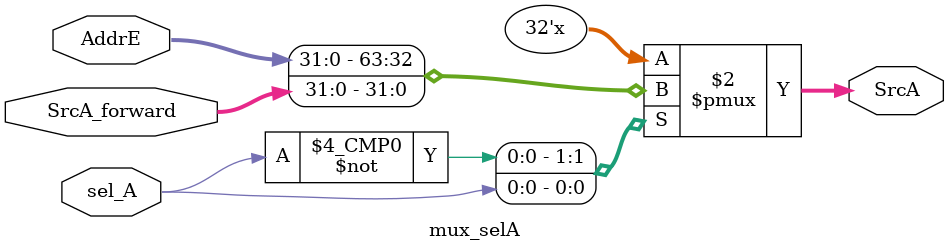
<source format=sv>
module mux_selA (
    input logic         sel_A, //from controller
    input logic  [31:0] SrcA_forward,AddrE,
    output logic [31:0] SrcA
);
always_comb begin 
    case (sel_A)
       1'b0 : SrcA = AddrE;
       1'b1 : SrcA = SrcA_forward;
    endcase  
end
endmodule


</source>
